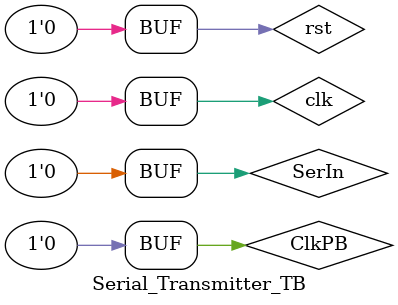
<source format=sv>
`timescale 1ns/1ns

module Serial_Transmitter_TB();

  reg SerIn, ClkPB = 1, clk = 0, rst = 0;
  wire Co, inc_cnt, rst_cnt, SerOut, SerOutValid, Clk_EN;
  wire [3:0] Count_out;
  wire [6:0] seven_segments;

  Counter c1 (Clk_EN, clk, inc_cnt, rst_cnt, Co, Count_out);
  Detector d1(Clk_EN, SerIn, clk, rst, Co, SerOut, SerOutValid, inc_cnt, rst_cnt);
  One_Pulser op1(ClkPB, clk, Clk_EN);
  SSD ssd1(Count_out, seven_segments);


  initial
  begin
    repeat(150)
      #10 clk = ~clk;
  end

  initial
  begin
    repeat(25)
    begin
      #20 ClkPB = 1;
      #40 ClkPB = 0;
    end
  end

  initial
  begin
    SerIn = 0;
    #90 SerIn = 1;
    #60 SerIn = 0;
    #60 SerIn = 1;
    #20 SerIn = 1;
    #60 SerIn = 0;
    #20 SerIn = 1;
    #100 SerIn = 0;
    #100 SerIn = 1;
    #20 SerIn = 0;
    #20 SerIn = 1;
    #60 SerIn = 0;
  end

endmodule

</source>
